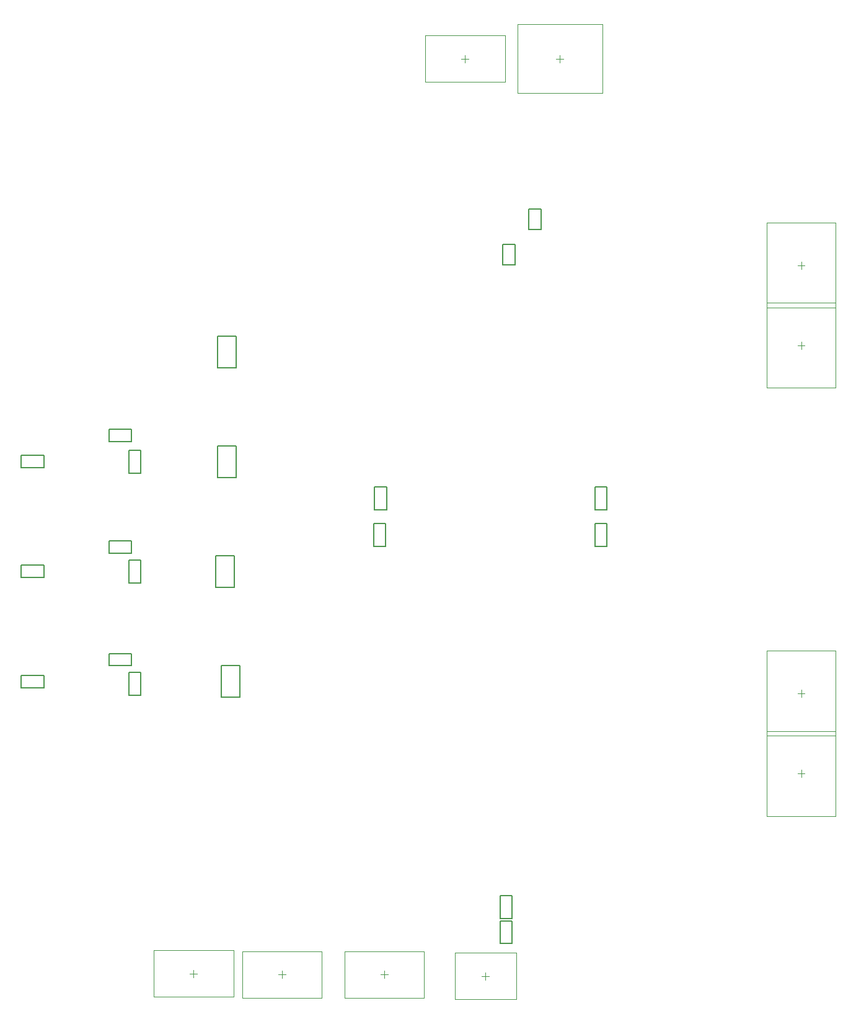
<source format=gbr>
%TF.GenerationSoftware,Altium Limited,Altium Designer,21.6.4 (81)*%
G04 Layer_Color=16711935*
%FSLAX43Y43*%
%MOMM*%
%TF.SameCoordinates,51A45B19-5AA5-45A3-BC04-4EA5AD39BA57*%
%TF.FilePolarity,Positive*%
%TF.FileFunction,Other,Bottom_Courtyard*%
%TF.Part,Single*%
G01*
G75*
%TA.AperFunction,NonConductor*%
%ADD40C,0.200*%
%ADD46C,0.050*%
D40*
X103175Y73466D02*
X104825D01*
X103175D02*
Y76566D01*
X104825D01*
Y73466D02*
Y76566D01*
X88450Y45825D02*
X91550D01*
X88450Y44175D02*
Y45825D01*
Y44175D02*
X91550D01*
Y45825D01*
X104825Y43154D02*
Y46254D01*
X103175D02*
X104825D01*
X103175Y43154D02*
Y46254D01*
Y43154D02*
X104825D01*
X100450Y48831D02*
X103550D01*
X100450Y47181D02*
Y48831D01*
Y47181D02*
X103550D01*
Y48831D01*
X91550Y59246D02*
Y60896D01*
X88450Y59246D02*
X91550D01*
X88450D02*
Y60896D01*
X91550D01*
X103550Y62548D02*
Y64198D01*
X100450Y62548D02*
X103550D01*
X100450D02*
Y64198D01*
X103550D01*
X103175Y58480D02*
X104825D01*
X103175D02*
Y61580D01*
X104825D01*
Y58480D02*
Y61580D01*
X166815Y71550D02*
X168465D01*
Y68450D02*
Y71550D01*
X166815Y68450D02*
X168465D01*
X166815D02*
Y71550D01*
X136716D02*
X138366D01*
Y68450D02*
Y71550D01*
X136716Y68450D02*
X138366D01*
X136716D02*
Y71550D01*
X138239Y63450D02*
Y66550D01*
X136589D02*
X138239D01*
X136589Y63450D02*
Y66550D01*
Y63450D02*
X138239D01*
X168465D02*
Y66550D01*
X166815D02*
X168465D01*
X166815Y63450D02*
Y66550D01*
Y63450D02*
X168465D01*
X154217Y101851D02*
Y104651D01*
Y101851D02*
X155917D01*
Y104651D01*
X154217D02*
X155917D01*
X157773Y106677D02*
Y109477D01*
Y106677D02*
X159473D01*
Y109477D01*
X157773D02*
X159473D01*
X155511Y12674D02*
Y15774D01*
X153861D02*
X155511D01*
X153861Y12674D02*
Y15774D01*
Y12674D02*
X155511D01*
Y9245D02*
Y12345D01*
X153861D02*
X155511D01*
X153861Y9245D02*
Y12345D01*
Y9245D02*
X155511D01*
X88450Y75882D02*
X91550D01*
X88450Y74232D02*
Y75882D01*
Y74232D02*
X91550D01*
Y75882D01*
X115816Y42847D02*
Y47153D01*
Y42847D02*
X118372D01*
Y47153D01*
X115816D02*
X118372D01*
X117864Y87847D02*
Y92153D01*
X115308D02*
X117864D01*
X115308Y87847D02*
Y92153D01*
Y87847D02*
X117864D01*
X115308Y72847D02*
Y77153D01*
Y72847D02*
X117864D01*
Y77153D01*
X115308D02*
X117864D01*
X115054Y57847D02*
Y62153D01*
Y57847D02*
X117610D01*
Y62153D01*
X115054D02*
X117610D01*
X100450Y79438D02*
X103550D01*
X100450Y77788D02*
Y79438D01*
Y77788D02*
X103550D01*
Y79438D01*
D46*
X162052Y129500D02*
Y130500D01*
X161552Y130000D02*
X162552D01*
X156252Y125300D02*
Y134700D01*
X167852D01*
Y125300D02*
Y134700D01*
X156252Y125300D02*
X167852D01*
X106564Y1951D02*
X117464D01*
Y8301D01*
X106564D02*
X117464D01*
X106564Y1951D02*
Y8301D01*
X111514Y5126D02*
X112514D01*
X112014Y4626D02*
Y5626D01*
X190300Y26625D02*
Y38225D01*
Y26625D02*
X199700D01*
Y38225D01*
X190300D02*
X199700D01*
X195000Y31925D02*
Y32925D01*
X194500Y32425D02*
X195500D01*
X190300Y96014D02*
Y107614D01*
Y96014D02*
X199700D01*
Y107614D01*
X190300D02*
X199700D01*
X195000Y101314D02*
Y102314D01*
X194500Y101814D02*
X195500D01*
X190300Y37594D02*
Y49194D01*
Y37594D02*
X199700D01*
Y49194D01*
X190300D02*
X199700D01*
X195000Y42894D02*
Y43894D01*
X194500Y43394D02*
X195500D01*
X190300Y85092D02*
Y96692D01*
Y85092D02*
X199700D01*
Y96692D01*
X190300D02*
X199700D01*
X195000Y90392D02*
Y91392D01*
X194500Y90892D02*
X195500D01*
X143648Y126825D02*
X154548D01*
Y133175D01*
X143648D02*
X154548D01*
X143648Y126825D02*
Y133175D01*
X148598Y130000D02*
X149598D01*
X149098Y129500D02*
Y130500D01*
X138049Y4500D02*
Y5500D01*
X137549Y5000D02*
X138549D01*
X132599Y1825D02*
Y8175D01*
X143499D01*
Y1825D02*
Y8175D01*
X132599Y1825D02*
X143499D01*
X124079Y4500D02*
Y5500D01*
X123579Y5000D02*
X124579D01*
X118629Y1825D02*
Y8175D01*
X129529D01*
Y1825D02*
Y8175D01*
X118629Y1825D02*
X129529D01*
X156072Y1605D02*
Y7955D01*
X147712Y1605D02*
X156072D01*
X147712D02*
Y7955D01*
X156072D01*
X151392Y4780D02*
X152392D01*
X151892Y4280D02*
Y5280D01*
%TF.MD5,2788e5950f362ef3f76648e3c92f18ed*%
M02*

</source>
